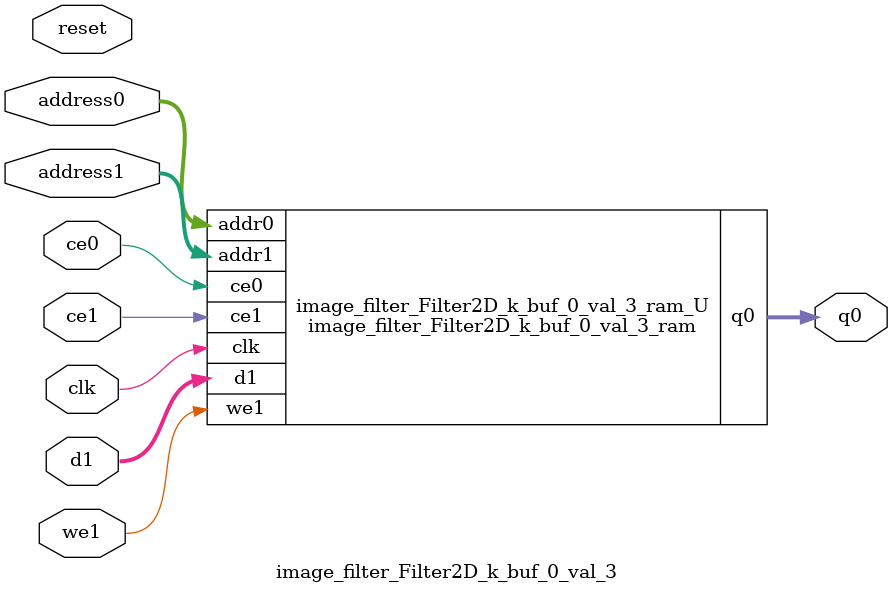
<source format=v>

`timescale 1 ns / 1 ps
module image_filter_Filter2D_k_buf_0_val_3_ram (addr0, ce0, q0, addr1, ce1, d1, we1,  clk);

parameter DWIDTH = 32;
parameter AWIDTH = 11;
parameter MEM_SIZE = 1920;

input[AWIDTH-1:0] addr0;
input ce0;
output reg[DWIDTH-1:0] q0;
input[AWIDTH-1:0] addr1;
input ce1;
input[DWIDTH-1:0] d1;
input we1;
input clk;

(* ram_style = "block" *)reg [DWIDTH-1:0] ram[MEM_SIZE-1:0];




always @(posedge clk)  
begin 
    if (ce0) 
    begin
            q0 <= ram[addr0];
    end
end


always @(posedge clk)  
begin 
    if (ce1) 
    begin
        if (we1) 
        begin 
            ram[addr1] <= d1; 
        end 
    end
end


endmodule


`timescale 1 ns / 1 ps
module image_filter_Filter2D_k_buf_0_val_3(
    reset,
    clk,
    address0,
    ce0,
    q0,
    address1,
    ce1,
    we1,
    d1);

parameter DataWidth = 32'd32;
parameter AddressRange = 32'd1920;
parameter AddressWidth = 32'd11;
input reset;
input clk;
input[AddressWidth - 1:0] address0;
input ce0;
output[DataWidth - 1:0] q0;
input[AddressWidth - 1:0] address1;
input ce1;
input we1;
input[DataWidth - 1:0] d1;



image_filter_Filter2D_k_buf_0_val_3_ram image_filter_Filter2D_k_buf_0_val_3_ram_U(
    .clk( clk ),
    .addr0( address0 ),
    .ce0( ce0 ),
    .q0( q0 ),
    .addr1( address1 ),
    .ce1( ce1 ),
    .d1( d1 ),
    .we1( we1 ));

endmodule


</source>
